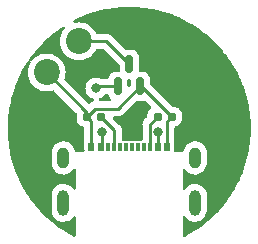
<source format=gtl>
G04 #@! TF.GenerationSoftware,KiCad,Pcbnew,(7.0.0)*
G04 #@! TF.CreationDate,2024-02-07T22:18:46+08:00*
G04 #@! TF.ProjectId,simple charger,73696d70-6c65-4206-9368-61726765722e,rev?*
G04 #@! TF.SameCoordinates,Original*
G04 #@! TF.FileFunction,Copper,L1,Top*
G04 #@! TF.FilePolarity,Positive*
%FSLAX46Y46*%
G04 Gerber Fmt 4.6, Leading zero omitted, Abs format (unit mm)*
G04 Created by KiCad (PCBNEW (7.0.0)) date 2024-02-07 22:18:46*
%MOMM*%
%LPD*%
G01*
G04 APERTURE LIST*
G04 Aperture macros list*
%AMRoundRect*
0 Rectangle with rounded corners*
0 $1 Rounding radius*
0 $2 $3 $4 $5 $6 $7 $8 $9 X,Y pos of 4 corners*
0 Add a 4 corners polygon primitive as box body*
4,1,4,$2,$3,$4,$5,$6,$7,$8,$9,$2,$3,0*
0 Add four circle primitives for the rounded corners*
1,1,$1+$1,$2,$3*
1,1,$1+$1,$4,$5*
1,1,$1+$1,$6,$7*
1,1,$1+$1,$8,$9*
0 Add four rect primitives between the rounded corners*
20,1,$1+$1,$2,$3,$4,$5,0*
20,1,$1+$1,$4,$5,$6,$7,0*
20,1,$1+$1,$6,$7,$8,$9,0*
20,1,$1+$1,$8,$9,$2,$3,0*%
G04 Aperture macros list end*
G04 #@! TA.AperFunction,ComponentPad*
%ADD10O,1.000000X1.800000*%
G04 #@! TD*
G04 #@! TA.AperFunction,ComponentPad*
%ADD11O,1.000000X2.200000*%
G04 #@! TD*
G04 #@! TA.AperFunction,SMDPad,CuDef*
%ADD12R,0.300000X0.800000*%
G04 #@! TD*
G04 #@! TA.AperFunction,SMDPad,CuDef*
%ADD13R,0.540000X0.800000*%
G04 #@! TD*
G04 #@! TA.AperFunction,SMDPad,CuDef*
%ADD14C,2.200000*%
G04 #@! TD*
G04 #@! TA.AperFunction,SMDPad,CuDef*
%ADD15RoundRect,0.160000X-0.197500X-0.160000X0.197500X-0.160000X0.197500X0.160000X-0.197500X0.160000X0*%
G04 #@! TD*
G04 #@! TA.AperFunction,SMDPad,CuDef*
%ADD16RoundRect,0.150000X0.150000X-0.587500X0.150000X0.587500X-0.150000X0.587500X-0.150000X-0.587500X0*%
G04 #@! TD*
G04 #@! TA.AperFunction,SMDPad,CuDef*
%ADD17RoundRect,0.160000X0.197500X0.160000X-0.197500X0.160000X-0.197500X-0.160000X0.197500X-0.160000X0*%
G04 #@! TD*
G04 #@! TA.AperFunction,ViaPad*
%ADD18C,0.800000*%
G04 #@! TD*
G04 #@! TA.AperFunction,Conductor*
%ADD19C,0.250000*%
G04 #@! TD*
G04 APERTURE END LIST*
D10*
X105575299Y-102499999D03*
X94424399Y-102499999D03*
D11*
X94424699Y-106299999D03*
X105575299Y-106299999D03*
D12*
X98241999Y-101599999D03*
X99249999Y-101599999D03*
X100749999Y-101599999D03*
X101749999Y-101599999D03*
X101249999Y-101599999D03*
X100249999Y-101599999D03*
X99749999Y-101599999D03*
X98749999Y-101599999D03*
D13*
X97599999Y-101599999D03*
X102399999Y-101599999D03*
X96799999Y-101599999D03*
X103199999Y-101599999D03*
D14*
X95727108Y-92627917D03*
X93006892Y-95264083D03*
D15*
X102402500Y-99000000D03*
X103597500Y-99000000D03*
D16*
X99050000Y-96437500D03*
X100950000Y-96437500D03*
X100000000Y-94562500D03*
D17*
X97597500Y-99000000D03*
X96402500Y-99000000D03*
D18*
X97700000Y-100300000D03*
X97200000Y-96600000D03*
X102474500Y-100300000D03*
D19*
X96402500Y-98659691D02*
X96402500Y-99000000D01*
X103597500Y-99000000D02*
X103200000Y-99397500D01*
X100950000Y-96437500D02*
X101035000Y-96437500D01*
X96800000Y-99397500D02*
X96800000Y-101600000D01*
X101035000Y-96437500D02*
X103597500Y-99000000D01*
X93006892Y-95264083D02*
X96402500Y-98659691D01*
X100950000Y-96437500D02*
X99058904Y-98328596D01*
X97073904Y-98328596D02*
X96402500Y-99000000D01*
X96402500Y-99000000D02*
X96800000Y-99397500D01*
X99058904Y-98328596D02*
X97073904Y-98328596D01*
X103200000Y-99397500D02*
X103200000Y-101600000D01*
X97700000Y-101500000D02*
X97600000Y-101600000D01*
X97362500Y-96437500D02*
X97200000Y-96600000D01*
X97700000Y-100300000D02*
X97700000Y-101500000D01*
X102400000Y-101600000D02*
X102400000Y-100374500D01*
X99050000Y-96437500D02*
X97362500Y-96437500D01*
X102400000Y-100374500D02*
X102474500Y-100300000D01*
X97597500Y-99000000D02*
X98750000Y-100152500D01*
X98750000Y-100152500D02*
X98750000Y-101600000D01*
X101750000Y-99652500D02*
X101750000Y-101600000D01*
X102402500Y-99000000D02*
X101750000Y-99652500D01*
X95727108Y-92627917D02*
X98065417Y-92627917D01*
X98065417Y-92627917D02*
X100000000Y-94562500D01*
G04 #@! TA.AperFunction,NonConductor*
G36*
X100087500Y-95817113D02*
G01*
X100132887Y-95862500D01*
X100149500Y-95924500D01*
X100149500Y-96302048D01*
X100140061Y-96349501D01*
X100113181Y-96389729D01*
X100062181Y-96440729D01*
X100012818Y-96470979D01*
X99955102Y-96475521D01*
X99901615Y-96453366D01*
X99864015Y-96409343D01*
X99850500Y-96353048D01*
X99850500Y-95924500D01*
X99867113Y-95862500D01*
X99912500Y-95817113D01*
X99974500Y-95800500D01*
X100025500Y-95800500D01*
X100087500Y-95817113D01*
G37*
G04 #@! TD.AperFunction*
G04 #@! TA.AperFunction,NonConductor*
G36*
X98192161Y-97074255D02*
G01*
X98234409Y-97105976D01*
X98259617Y-97152403D01*
X98298256Y-97285398D01*
X98302226Y-97292111D01*
X98302227Y-97292113D01*
X98377946Y-97420148D01*
X98377948Y-97420151D01*
X98381919Y-97426865D01*
X98387436Y-97432382D01*
X98387437Y-97432383D01*
X98446469Y-97491415D01*
X98476719Y-97540778D01*
X98481261Y-97598494D01*
X98459106Y-97651981D01*
X98415083Y-97689581D01*
X98358788Y-97703096D01*
X97515857Y-97703096D01*
X97449414Y-97683793D01*
X97403658Y-97631893D01*
X97392835Y-97563555D01*
X97420313Y-97500055D01*
X97476553Y-97461834D01*
X97479803Y-97461144D01*
X97652730Y-97384151D01*
X97805871Y-97272888D01*
X97932533Y-97132216D01*
X97936698Y-97125001D01*
X97937564Y-97124135D01*
X97939602Y-97121331D01*
X97940046Y-97121653D01*
X97982085Y-97079613D01*
X98044086Y-97063000D01*
X98140542Y-97063000D01*
X98192161Y-97074255D01*
G37*
G04 #@! TD.AperFunction*
G04 #@! TA.AperFunction,NonConductor*
G36*
X101396177Y-97683268D02*
G01*
X101620067Y-97907158D01*
X101828892Y-98115982D01*
X101858427Y-98163212D01*
X101864307Y-98218605D01*
X101845346Y-98270983D01*
X101805368Y-98309775D01*
X101801089Y-98312361D01*
X101801074Y-98312372D01*
X101794665Y-98316247D01*
X101789365Y-98321546D01*
X101789361Y-98321550D01*
X101686550Y-98424361D01*
X101686546Y-98424365D01*
X101681247Y-98429665D01*
X101677373Y-98436073D01*
X101677367Y-98436081D01*
X101602149Y-98560509D01*
X101598267Y-98566931D01*
X101596036Y-98574089D01*
X101596033Y-98574097D01*
X101552500Y-98713799D01*
X101552497Y-98713809D01*
X101550548Y-98720067D01*
X101549954Y-98726593D01*
X101549953Y-98726603D01*
X101544755Y-98783809D01*
X101544500Y-98786619D01*
X101544500Y-98789437D01*
X101544500Y-98789438D01*
X101544500Y-98922046D01*
X101535061Y-98969499D01*
X101508183Y-99009724D01*
X101428698Y-99089210D01*
X101362696Y-99155212D01*
X101354511Y-99162659D01*
X101348123Y-99166714D01*
X101342788Y-99172394D01*
X101342783Y-99172399D01*
X101302096Y-99215725D01*
X101299392Y-99218516D01*
X101282628Y-99235280D01*
X101282621Y-99235287D01*
X101279880Y-99238029D01*
X101277500Y-99241096D01*
X101277489Y-99241109D01*
X101277400Y-99241225D01*
X101269842Y-99250070D01*
X101245280Y-99276227D01*
X101245273Y-99276236D01*
X101239938Y-99281918D01*
X101236182Y-99288749D01*
X101236179Y-99288754D01*
X101230285Y-99299475D01*
X101219609Y-99315727D01*
X101212109Y-99325396D01*
X101212101Y-99325407D01*
X101207327Y-99331564D01*
X101204234Y-99338708D01*
X101204229Y-99338719D01*
X101189974Y-99371660D01*
X101184838Y-99382143D01*
X101163803Y-99420408D01*
X101161864Y-99427956D01*
X101161863Y-99427961D01*
X101158822Y-99439807D01*
X101152521Y-99458211D01*
X101147658Y-99469448D01*
X101147656Y-99469452D01*
X101144562Y-99476604D01*
X101143342Y-99484303D01*
X101143342Y-99484305D01*
X101137729Y-99519741D01*
X101135361Y-99531176D01*
X101126438Y-99565928D01*
X101126436Y-99565936D01*
X101124500Y-99573481D01*
X101124500Y-99581277D01*
X101124500Y-99593517D01*
X101122974Y-99612902D01*
X101119840Y-99632696D01*
X101120574Y-99640461D01*
X101120574Y-99640464D01*
X101123950Y-99676176D01*
X101124500Y-99687845D01*
X101124500Y-100943486D01*
X101115058Y-100990946D01*
X101088171Y-101031178D01*
X101050376Y-101056423D01*
X101041278Y-101058233D01*
X101038608Y-101060016D01*
X100999989Y-101067693D01*
X100961386Y-101060013D01*
X100958722Y-101058233D01*
X100942600Y-101055026D01*
X100920799Y-101050689D01*
X100920795Y-101050688D01*
X100914820Y-101049500D01*
X100585180Y-101049500D01*
X100579205Y-101050688D01*
X100579200Y-101050689D01*
X100553257Y-101055850D01*
X100553256Y-101055850D01*
X100541278Y-101058233D01*
X100538614Y-101060012D01*
X100500000Y-101067693D01*
X100461385Y-101060012D01*
X100458722Y-101058233D01*
X100442600Y-101055026D01*
X100420799Y-101050689D01*
X100420795Y-101050688D01*
X100414820Y-101049500D01*
X100085180Y-101049500D01*
X100079205Y-101050688D01*
X100079200Y-101050689D01*
X100053257Y-101055850D01*
X100053256Y-101055850D01*
X100041278Y-101058233D01*
X100038614Y-101060012D01*
X100000000Y-101067693D01*
X99961385Y-101060012D01*
X99958722Y-101058233D01*
X99942600Y-101055026D01*
X99920799Y-101050689D01*
X99920795Y-101050688D01*
X99914820Y-101049500D01*
X99585180Y-101049500D01*
X99579205Y-101050688D01*
X99579200Y-101050689D01*
X99553257Y-101055850D01*
X99553256Y-101055850D01*
X99541278Y-101058233D01*
X99538613Y-101060013D01*
X99500011Y-101067693D01*
X99461391Y-101060016D01*
X99458722Y-101058233D01*
X99449623Y-101056423D01*
X99411829Y-101031178D01*
X99384942Y-100990946D01*
X99375500Y-100943486D01*
X99375500Y-100230272D01*
X99376020Y-100219219D01*
X99377672Y-100211833D01*
X99375561Y-100144645D01*
X99375500Y-100140751D01*
X99375500Y-100117045D01*
X99375500Y-100113150D01*
X99374998Y-100109181D01*
X99374080Y-100097524D01*
X99372954Y-100061673D01*
X99372709Y-100053873D01*
X99367120Y-100034640D01*
X99363174Y-100015583D01*
X99361641Y-100003444D01*
X99360664Y-99995708D01*
X99344582Y-99955091D01*
X99340803Y-99944051D01*
X99330795Y-99909602D01*
X99330793Y-99909599D01*
X99328618Y-99902110D01*
X99324647Y-99895396D01*
X99324645Y-99895391D01*
X99318421Y-99884868D01*
X99309858Y-99867390D01*
X99302486Y-99848768D01*
X99297902Y-99842459D01*
X99297899Y-99842453D01*
X99276817Y-99813437D01*
X99270401Y-99803670D01*
X99252143Y-99772796D01*
X99252140Y-99772792D01*
X99248170Y-99766079D01*
X99234005Y-99751914D01*
X99221368Y-99737118D01*
X99214184Y-99727229D01*
X99214178Y-99727223D01*
X99209594Y-99720913D01*
X99175946Y-99693077D01*
X99167305Y-99685214D01*
X98647868Y-99165777D01*
X98617618Y-99116414D01*
X98613076Y-99058698D01*
X98635231Y-99005211D01*
X98679254Y-98967611D01*
X98735549Y-98954096D01*
X98981129Y-98954096D01*
X98992184Y-98954617D01*
X98999571Y-98956269D01*
X99066776Y-98954157D01*
X99070672Y-98954096D01*
X99094352Y-98954096D01*
X99098254Y-98954096D01*
X99102217Y-98953595D01*
X99113867Y-98952676D01*
X99157531Y-98951305D01*
X99176765Y-98945715D01*
X99195821Y-98941770D01*
X99215696Y-98939260D01*
X99256299Y-98923183D01*
X99267354Y-98919398D01*
X99309294Y-98907214D01*
X99326533Y-98897018D01*
X99344007Y-98888458D01*
X99355378Y-98883956D01*
X99355380Y-98883954D01*
X99362636Y-98881082D01*
X99397973Y-98855407D01*
X99407728Y-98848999D01*
X99445324Y-98826766D01*
X99459488Y-98812601D01*
X99474283Y-98799964D01*
X99490491Y-98788190D01*
X99518332Y-98754534D01*
X99526183Y-98745905D01*
X100569686Y-97702402D01*
X100626526Y-97669981D01*
X100684894Y-97670897D01*
X100685115Y-97669692D01*
X100691343Y-97670829D01*
X100697431Y-97672598D01*
X100734306Y-97675500D01*
X101163249Y-97675500D01*
X101165694Y-97675500D01*
X101202569Y-97672598D01*
X101273904Y-97651872D01*
X101339333Y-97650844D01*
X101396177Y-97683268D01*
G37*
G04 #@! TD.AperFunction*
G04 #@! TA.AperFunction,NonConductor*
G36*
X94473467Y-91376133D02*
G01*
X94521883Y-91409453D01*
X94549516Y-91461326D01*
X94550160Y-91520096D01*
X94523669Y-91572561D01*
X94431435Y-91680554D01*
X94431432Y-91680558D01*
X94428272Y-91684258D01*
X94425734Y-91688399D01*
X94425725Y-91688412D01*
X94299190Y-91894899D01*
X94299186Y-91894905D01*
X94296642Y-91899058D01*
X94294778Y-91903557D01*
X94294776Y-91903562D01*
X94203322Y-92124353D01*
X94200235Y-92131806D01*
X94199100Y-92136530D01*
X94199097Y-92136542D01*
X94142561Y-92372035D01*
X94142559Y-92372041D01*
X94141425Y-92376769D01*
X94141043Y-92381619D01*
X94141043Y-92381621D01*
X94127457Y-92554247D01*
X94121659Y-92627917D01*
X94141425Y-92879065D01*
X94142560Y-92883794D01*
X94142561Y-92883798D01*
X94199097Y-93119291D01*
X94199099Y-93119299D01*
X94200235Y-93124028D01*
X94296642Y-93356776D01*
X94299189Y-93360933D01*
X94299190Y-93360934D01*
X94425725Y-93567421D01*
X94425730Y-93567428D01*
X94428272Y-93571576D01*
X94431432Y-93575275D01*
X94431435Y-93575280D01*
X94568765Y-93736072D01*
X94591884Y-93763141D01*
X94783449Y-93926753D01*
X94787599Y-93929296D01*
X94787603Y-93929299D01*
X94842109Y-93962700D01*
X94998249Y-94058383D01*
X95230997Y-94154790D01*
X95475960Y-94213600D01*
X95727108Y-94233366D01*
X95978256Y-94213600D01*
X96223219Y-94154790D01*
X96455967Y-94058383D01*
X96670767Y-93926753D01*
X96862332Y-93763141D01*
X97025944Y-93571576D01*
X97157574Y-93356776D01*
X97168679Y-93329964D01*
X97195560Y-93289736D01*
X97235788Y-93262856D01*
X97283241Y-93253417D01*
X97754965Y-93253417D01*
X97802418Y-93262856D01*
X97842646Y-93289736D01*
X99163181Y-94610271D01*
X99190061Y-94650499D01*
X99199500Y-94697952D01*
X99199500Y-95075500D01*
X99182887Y-95137500D01*
X99137500Y-95182887D01*
X99075500Y-95199500D01*
X98834306Y-95199500D01*
X98831886Y-95199690D01*
X98831871Y-95199691D01*
X98803748Y-95201904D01*
X98803739Y-95201905D01*
X98797431Y-95202402D01*
X98791351Y-95204168D01*
X98791342Y-95204170D01*
X98647094Y-95246079D01*
X98647091Y-95246080D01*
X98639602Y-95248256D01*
X98632891Y-95252224D01*
X98632886Y-95252227D01*
X98504851Y-95327946D01*
X98504844Y-95327950D01*
X98498135Y-95331919D01*
X98492620Y-95337433D01*
X98492616Y-95337437D01*
X98387437Y-95442616D01*
X98387433Y-95442620D01*
X98381919Y-95448135D01*
X98377950Y-95454844D01*
X98377946Y-95454851D01*
X98302227Y-95582886D01*
X98302224Y-95582891D01*
X98298256Y-95589602D01*
X98266328Y-95699500D01*
X98259618Y-95722595D01*
X98234409Y-95769024D01*
X98192161Y-95800745D01*
X98140542Y-95812000D01*
X97670442Y-95812000D01*
X97620006Y-95801279D01*
X97485745Y-95741501D01*
X97485740Y-95741499D01*
X97479803Y-95738856D01*
X97473444Y-95737504D01*
X97473440Y-95737503D01*
X97301008Y-95700852D01*
X97301005Y-95700851D01*
X97294646Y-95699500D01*
X97105354Y-95699500D01*
X97098995Y-95700851D01*
X97098991Y-95700852D01*
X96926559Y-95737503D01*
X96926552Y-95737505D01*
X96920197Y-95738856D01*
X96914262Y-95741498D01*
X96914254Y-95741501D01*
X96753207Y-95813205D01*
X96753202Y-95813207D01*
X96747270Y-95815849D01*
X96742016Y-95819665D01*
X96742011Y-95819669D01*
X96599388Y-95923290D01*
X96599381Y-95923295D01*
X96594129Y-95927112D01*
X96589784Y-95931937D01*
X96589779Y-95931942D01*
X96471813Y-96062956D01*
X96471808Y-96062962D01*
X96467467Y-96067784D01*
X96464222Y-96073404D01*
X96464218Y-96073410D01*
X96376069Y-96226089D01*
X96376066Y-96226094D01*
X96372821Y-96231716D01*
X96370815Y-96237888D01*
X96370813Y-96237894D01*
X96316333Y-96405564D01*
X96316331Y-96405573D01*
X96314326Y-96411744D01*
X96313648Y-96418194D01*
X96313646Y-96418204D01*
X96304186Y-96508219D01*
X96294540Y-96600000D01*
X96295219Y-96606460D01*
X96313646Y-96781795D01*
X96313647Y-96781803D01*
X96314326Y-96788256D01*
X96316331Y-96794428D01*
X96316333Y-96794435D01*
X96370813Y-96962105D01*
X96372821Y-96968284D01*
X96376068Y-96973908D01*
X96376069Y-96973910D01*
X96461182Y-97121331D01*
X96467467Y-97132216D01*
X96594129Y-97272888D01*
X96599387Y-97276708D01*
X96599388Y-97276709D01*
X96620590Y-97292113D01*
X96747270Y-97384151D01*
X96920197Y-97461144D01*
X96955613Y-97468672D01*
X97013380Y-97498333D01*
X97048234Y-97553128D01*
X97050614Y-97618025D01*
X97019865Y-97675224D01*
X96964423Y-97709038D01*
X96956034Y-97711475D01*
X96936991Y-97715419D01*
X96924853Y-97716953D01*
X96924845Y-97716954D01*
X96917112Y-97717932D01*
X96909864Y-97720801D01*
X96909858Y-97720803D01*
X96876501Y-97734009D01*
X96865458Y-97737790D01*
X96831004Y-97747801D01*
X96830998Y-97747803D01*
X96823514Y-97749978D01*
X96816802Y-97753947D01*
X96816800Y-97753948D01*
X96806268Y-97760176D01*
X96788808Y-97768730D01*
X96777423Y-97773238D01*
X96777417Y-97773240D01*
X96770172Y-97776110D01*
X96763867Y-97780690D01*
X96763859Y-97780695D01*
X96734836Y-97801781D01*
X96725078Y-97808191D01*
X96694200Y-97826453D01*
X96694194Y-97826457D01*
X96687484Y-97830426D01*
X96681971Y-97835937D01*
X96681964Y-97835944D01*
X96673314Y-97844594D01*
X96658526Y-97857224D01*
X96643484Y-97868153D01*
X96589996Y-97890309D01*
X96532279Y-97885767D01*
X96482916Y-97855517D01*
X94549539Y-95922139D01*
X94522659Y-95881910D01*
X94513220Y-95834457D01*
X94522660Y-95787003D01*
X94533765Y-95760194D01*
X94592575Y-95515231D01*
X94612341Y-95264083D01*
X94592575Y-95012935D01*
X94533765Y-94767972D01*
X94437358Y-94535224D01*
X94376788Y-94436383D01*
X94308274Y-94324578D01*
X94308271Y-94324574D01*
X94305728Y-94320424D01*
X94251333Y-94256736D01*
X94145276Y-94132559D01*
X94142116Y-94128859D01*
X94061783Y-94060248D01*
X93954255Y-93968410D01*
X93954250Y-93968407D01*
X93950551Y-93965247D01*
X93946403Y-93962705D01*
X93946396Y-93962700D01*
X93739909Y-93836165D01*
X93739908Y-93836164D01*
X93735751Y-93833617D01*
X93503003Y-93737210D01*
X93498274Y-93736074D01*
X93498266Y-93736072D01*
X93262773Y-93679536D01*
X93262769Y-93679535D01*
X93258040Y-93678400D01*
X93253187Y-93678018D01*
X93011746Y-93659016D01*
X93006892Y-93658634D01*
X93002038Y-93659016D01*
X92760596Y-93678018D01*
X92760594Y-93678018D01*
X92755744Y-93678400D01*
X92751016Y-93679534D01*
X92751010Y-93679536D01*
X92515517Y-93736072D01*
X92515505Y-93736075D01*
X92510781Y-93737210D01*
X92506284Y-93739072D01*
X92506280Y-93739074D01*
X92282537Y-93831751D01*
X92282532Y-93831753D01*
X92278033Y-93833617D01*
X92273880Y-93836161D01*
X92273874Y-93836165D01*
X92067387Y-93962700D01*
X92067374Y-93962709D01*
X92063233Y-93965247D01*
X92059538Y-93968402D01*
X92059528Y-93968410D01*
X91875368Y-94125698D01*
X91875361Y-94125704D01*
X91871668Y-94128859D01*
X91868513Y-94132552D01*
X91868507Y-94132559D01*
X91741785Y-94280931D01*
X91690916Y-94316548D01*
X91635167Y-94322404D01*
X91635367Y-94322621D01*
X91649691Y-94384517D01*
X91631481Y-94445382D01*
X91578972Y-94531068D01*
X91578968Y-94531075D01*
X91576426Y-94535224D01*
X91574562Y-94539723D01*
X91574560Y-94539728D01*
X91509022Y-94697952D01*
X91480019Y-94767972D01*
X91478884Y-94772696D01*
X91478881Y-94772708D01*
X91422345Y-95008201D01*
X91422343Y-95008207D01*
X91421209Y-95012935D01*
X91401443Y-95264083D01*
X91421209Y-95515231D01*
X91422344Y-95519960D01*
X91422345Y-95519964D01*
X91478881Y-95755457D01*
X91478883Y-95755465D01*
X91480019Y-95760194D01*
X91576426Y-95992942D01*
X91578973Y-95997099D01*
X91578974Y-95997100D01*
X91705509Y-96203587D01*
X91705514Y-96203594D01*
X91708056Y-96207742D01*
X91711216Y-96211441D01*
X91711219Y-96211446D01*
X91832159Y-96353048D01*
X91871668Y-96399307D01*
X91875368Y-96402467D01*
X91999187Y-96508219D01*
X92063233Y-96562919D01*
X92067383Y-96565462D01*
X92067387Y-96565465D01*
X92134285Y-96606460D01*
X92278033Y-96694549D01*
X92510781Y-96790956D01*
X92755744Y-96849766D01*
X93006892Y-96869532D01*
X93258040Y-96849766D01*
X93503003Y-96790956D01*
X93529813Y-96779850D01*
X93577266Y-96770411D01*
X93624719Y-96779850D01*
X93664948Y-96806730D01*
X95511792Y-98653574D01*
X95540704Y-98699039D01*
X95547602Y-98752475D01*
X95544755Y-98783804D01*
X95544755Y-98783809D01*
X95544500Y-98786619D01*
X95544500Y-98789436D01*
X95544500Y-98789437D01*
X95544500Y-99210559D01*
X95544500Y-99210580D01*
X95544501Y-99213380D01*
X95544755Y-99216181D01*
X95544756Y-99216192D01*
X95549954Y-99273396D01*
X95550548Y-99279933D01*
X95552500Y-99286197D01*
X95596033Y-99425902D01*
X95596035Y-99425906D01*
X95598267Y-99433069D01*
X95608054Y-99449259D01*
X95677367Y-99563918D01*
X95677370Y-99563922D01*
X95681247Y-99570335D01*
X95794665Y-99683753D01*
X95801078Y-99687630D01*
X95801081Y-99687632D01*
X95843571Y-99713318D01*
X95931931Y-99766733D01*
X95939097Y-99768966D01*
X96085067Y-99814452D01*
X96084539Y-99816144D01*
X96125984Y-99834922D01*
X96161712Y-99878454D01*
X96174500Y-99933299D01*
X96174500Y-101639350D01*
X96174987Y-101643210D01*
X96174988Y-101643216D01*
X96183351Y-101709415D01*
X96189336Y-101756792D01*
X96218262Y-101829851D01*
X96218263Y-101829852D01*
X96226222Y-101889107D01*
X96205529Y-101945198D01*
X96160994Y-101985087D01*
X96102971Y-101999500D01*
X95530882Y-101999500D01*
X95476274Y-101986828D01*
X95432827Y-101951402D01*
X95409867Y-101901435D01*
X95409474Y-101897562D01*
X95348559Y-101703412D01*
X95249809Y-101525498D01*
X95117266Y-101371105D01*
X95112296Y-101367258D01*
X95112293Y-101367255D01*
X94979481Y-101264451D01*
X94956358Y-101246552D01*
X94950712Y-101243782D01*
X94950708Y-101243780D01*
X94779315Y-101159708D01*
X94779310Y-101159706D01*
X94773671Y-101156940D01*
X94767587Y-101155364D01*
X94767585Y-101155364D01*
X94582765Y-101107511D01*
X94582762Y-101107510D01*
X94576685Y-101105937D01*
X94570416Y-101105619D01*
X94570409Y-101105618D01*
X94379745Y-101095949D01*
X94379739Y-101095949D01*
X94373464Y-101095631D01*
X94367252Y-101096582D01*
X94367245Y-101096583D01*
X94178543Y-101125491D01*
X94178533Y-101125493D01*
X94172329Y-101126444D01*
X94166440Y-101128624D01*
X94166432Y-101128627D01*
X93987413Y-101194928D01*
X93987405Y-101194931D01*
X93981513Y-101197114D01*
X93976179Y-101200438D01*
X93976172Y-101200442D01*
X93814165Y-101301421D01*
X93814157Y-101301426D01*
X93808829Y-101304748D01*
X93804275Y-101309076D01*
X93804271Y-101309080D01*
X93665903Y-101440609D01*
X93665897Y-101440615D01*
X93661347Y-101444941D01*
X93657757Y-101450098D01*
X93657756Y-101450100D01*
X93548695Y-101606792D01*
X93548692Y-101606797D01*
X93545105Y-101611951D01*
X93542629Y-101617719D01*
X93542627Y-101617724D01*
X93467339Y-101793163D01*
X93467336Y-101793171D01*
X93464860Y-101798942D01*
X93463594Y-101805100D01*
X93463594Y-101805102D01*
X93425165Y-101992100D01*
X93425164Y-101992106D01*
X93423900Y-101998259D01*
X93423900Y-102950742D01*
X93424216Y-102953853D01*
X93424217Y-102953865D01*
X93429086Y-103001741D01*
X93439326Y-103102438D01*
X93500241Y-103296588D01*
X93503292Y-103302086D01*
X93503294Y-103302089D01*
X93570057Y-103422373D01*
X93598991Y-103474502D01*
X93731534Y-103628895D01*
X93892442Y-103753448D01*
X93898090Y-103756218D01*
X93898091Y-103756219D01*
X93997683Y-103805071D01*
X94075129Y-103843060D01*
X94272115Y-103894063D01*
X94475336Y-103904369D01*
X94676471Y-103873556D01*
X94867287Y-103802886D01*
X95039971Y-103695252D01*
X95187453Y-103555059D01*
X95248724Y-103467027D01*
X95295891Y-103426536D01*
X95356780Y-103414023D01*
X95416092Y-103432632D01*
X95458919Y-103477687D01*
X95474500Y-103537864D01*
X95474500Y-105053786D01*
X95458919Y-105113964D01*
X95416091Y-105159018D01*
X95356779Y-105177627D01*
X95295889Y-105165113D01*
X95250439Y-105126094D01*
X95250109Y-105125498D01*
X95242202Y-105116288D01*
X95121659Y-104975873D01*
X95117566Y-104971105D01*
X95112596Y-104967258D01*
X95112593Y-104967255D01*
X95015873Y-104892388D01*
X94956658Y-104846552D01*
X94951012Y-104843782D01*
X94951008Y-104843780D01*
X94779615Y-104759708D01*
X94779610Y-104759706D01*
X94773971Y-104756940D01*
X94767887Y-104755364D01*
X94767885Y-104755364D01*
X94583065Y-104707511D01*
X94583062Y-104707510D01*
X94576985Y-104705937D01*
X94570716Y-104705619D01*
X94570709Y-104705618D01*
X94380045Y-104695949D01*
X94380039Y-104695949D01*
X94373764Y-104695631D01*
X94367552Y-104696582D01*
X94367545Y-104696583D01*
X94178843Y-104725491D01*
X94178833Y-104725493D01*
X94172629Y-104726444D01*
X94166740Y-104728624D01*
X94166732Y-104728627D01*
X93987713Y-104794928D01*
X93987705Y-104794931D01*
X93981813Y-104797114D01*
X93976479Y-104800438D01*
X93976472Y-104800442D01*
X93814465Y-104901421D01*
X93814457Y-104901426D01*
X93809129Y-104904748D01*
X93804575Y-104909076D01*
X93804571Y-104909080D01*
X93666203Y-105040609D01*
X93666197Y-105040615D01*
X93661647Y-105044941D01*
X93658057Y-105050098D01*
X93658056Y-105050100D01*
X93548995Y-105206792D01*
X93548992Y-105206797D01*
X93545405Y-105211951D01*
X93542929Y-105217719D01*
X93542927Y-105217724D01*
X93467639Y-105393163D01*
X93467636Y-105393171D01*
X93465160Y-105398942D01*
X93463894Y-105405100D01*
X93463894Y-105405102D01*
X93425465Y-105592100D01*
X93425464Y-105592106D01*
X93424200Y-105598259D01*
X93424200Y-106950742D01*
X93424516Y-106953853D01*
X93424517Y-106953865D01*
X93429386Y-107001741D01*
X93439626Y-107102438D01*
X93500541Y-107296588D01*
X93503592Y-107302086D01*
X93503594Y-107302089D01*
X93577303Y-107434887D01*
X93599291Y-107474502D01*
X93731834Y-107628895D01*
X93736803Y-107632742D01*
X93736806Y-107632744D01*
X93787170Y-107671728D01*
X93892742Y-107753448D01*
X93898390Y-107756218D01*
X93898391Y-107756219D01*
X93997983Y-107805071D01*
X94075429Y-107843060D01*
X94272415Y-107894063D01*
X94475636Y-107904369D01*
X94676771Y-107873556D01*
X94867587Y-107802886D01*
X95040271Y-107695252D01*
X95187753Y-107555059D01*
X95248724Y-107467458D01*
X95295891Y-107426967D01*
X95356780Y-107414454D01*
X95416092Y-107433063D01*
X95458919Y-107478118D01*
X95474500Y-107538295D01*
X95474500Y-109043464D01*
X95458468Y-109104448D01*
X95414516Y-109149662D01*
X95354011Y-109167414D01*
X95292598Y-109153115D01*
X95200436Y-109104448D01*
X94916321Y-108954419D01*
X94909685Y-108950648D01*
X94373322Y-108623567D01*
X94366916Y-108619383D01*
X93926246Y-108311806D01*
X93926096Y-108311631D01*
X93926064Y-108311678D01*
X93849479Y-108258018D01*
X93843521Y-108253572D01*
X93469877Y-107956865D01*
X93469633Y-107956671D01*
X93348767Y-107860196D01*
X93343165Y-107855445D01*
X93013824Y-107558995D01*
X93013526Y-107558727D01*
X92925826Y-107479271D01*
X92873734Y-107432076D01*
X92868505Y-107427051D01*
X92856139Y-107414454D01*
X92572841Y-107125865D01*
X92426197Y-106975296D01*
X92421368Y-106970043D01*
X92154642Y-106662465D01*
X92154533Y-106662338D01*
X92007860Y-106491597D01*
X92003443Y-106486147D01*
X91762880Y-106171418D01*
X91762476Y-106170886D01*
X91620408Y-105982929D01*
X91616352Y-105977236D01*
X91400364Y-105655252D01*
X91399944Y-105654622D01*
X91358555Y-105592100D01*
X91265252Y-105451155D01*
X91261606Y-105445300D01*
X91175426Y-105297910D01*
X91069180Y-105116201D01*
X91068805Y-105115556D01*
X91033251Y-105053786D01*
X90943787Y-104898356D01*
X90940582Y-104892416D01*
X90771139Y-104556632D01*
X90770846Y-104556047D01*
X90657270Y-104326690D01*
X90654474Y-104320636D01*
X90507800Y-103979044D01*
X90507599Y-103978570D01*
X90406793Y-103738347D01*
X90404407Y-103732203D01*
X90280364Y-103385747D01*
X90280036Y-103384817D01*
X90247249Y-103290584D01*
X90193331Y-103135621D01*
X90191358Y-103129430D01*
X90089767Y-102778848D01*
X90089538Y-102778043D01*
X90017685Y-102520778D01*
X90016127Y-102514581D01*
X89936983Y-102161140D01*
X89936742Y-102160041D01*
X89880546Y-101896229D01*
X89879401Y-101890082D01*
X89822544Y-101534442D01*
X89822413Y-101533587D01*
X89782445Y-101264401D01*
X89781693Y-101258272D01*
X89747108Y-100901989D01*
X89746981Y-100900583D01*
X89723753Y-100627713D01*
X89723389Y-100621647D01*
X89710914Y-100265430D01*
X89710883Y-100264344D01*
X89704696Y-99988640D01*
X89704708Y-99982617D01*
X89714202Y-99627849D01*
X89714240Y-99626716D01*
X89725343Y-99349582D01*
X89725724Y-99343666D01*
X89756954Y-98991772D01*
X89757118Y-98990073D01*
X89760813Y-98954157D01*
X89785617Y-98713067D01*
X89786359Y-98707233D01*
X89839080Y-98359057D01*
X89839294Y-98357709D01*
X89885286Y-98081504D01*
X89886360Y-98075878D01*
X89960232Y-97732726D01*
X89960604Y-97731063D01*
X90023956Y-97457389D01*
X90025359Y-97451906D01*
X90119980Y-97115005D01*
X90120521Y-97113138D01*
X90130524Y-97079613D01*
X90201101Y-96843070D01*
X90202812Y-96837780D01*
X90317788Y-96508101D01*
X90318424Y-96506329D01*
X90416022Y-96240970D01*
X90418031Y-96235863D01*
X90552842Y-95914612D01*
X90553560Y-95912942D01*
X90667932Y-95653296D01*
X90670161Y-95648524D01*
X90824210Y-95336882D01*
X90825182Y-95334960D01*
X90955789Y-95082487D01*
X90958310Y-95077864D01*
X91130991Y-94776863D01*
X91131996Y-94775149D01*
X91278513Y-94530655D01*
X91281284Y-94526246D01*
X91422212Y-94312364D01*
X91469588Y-94270042D01*
X91531711Y-94256736D01*
X91541624Y-94259880D01*
X91533772Y-94249827D01*
X91524068Y-94188491D01*
X91545316Y-94130148D01*
X91634884Y-93999887D01*
X91637848Y-93995765D01*
X91845598Y-93719266D01*
X91846996Y-93717444D01*
X92023522Y-93492251D01*
X92026646Y-93488432D01*
X92250807Y-93225587D01*
X92252287Y-93223890D01*
X92442901Y-93009740D01*
X92446175Y-93006210D01*
X92685792Y-92758055D01*
X92687533Y-92756290D01*
X92891362Y-92554247D01*
X92894814Y-92550959D01*
X93149013Y-92318320D01*
X93150924Y-92316610D01*
X93367304Y-92127398D01*
X93370861Y-92124409D01*
X93638626Y-91908154D01*
X93640660Y-91906548D01*
X93868714Y-91730997D01*
X93872447Y-91728238D01*
X94152790Y-91529105D01*
X94155126Y-91527489D01*
X94360026Y-91389238D01*
X94415146Y-91368849D01*
X94473467Y-91376133D01*
G37*
G04 #@! TD.AperFunction*
G04 #@! TA.AperFunction,NonConductor*
G36*
X100175013Y-89707987D02*
G01*
X100463990Y-89717018D01*
X100467762Y-89717193D01*
X100809538Y-89738329D01*
X100813373Y-89738628D01*
X101101229Y-89765685D01*
X101104837Y-89766079D01*
X101444730Y-89808279D01*
X101448640Y-89808829D01*
X101734190Y-89853799D01*
X101737585Y-89854383D01*
X102074382Y-89917510D01*
X102078289Y-89918310D01*
X102360466Y-89981019D01*
X102363755Y-89981800D01*
X102696060Y-90065607D01*
X102699968Y-90066663D01*
X102977584Y-90146842D01*
X102980727Y-90147797D01*
X103307276Y-90251971D01*
X103311365Y-90253354D01*
X103583172Y-90350617D01*
X103586201Y-90351746D01*
X103905889Y-90475951D01*
X103909833Y-90477564D01*
X104174957Y-90591574D01*
X104177895Y-90592884D01*
X104489389Y-90736621D01*
X104493351Y-90738537D01*
X104738155Y-90862458D01*
X104750628Y-90868772D01*
X104753372Y-90870205D01*
X105055664Y-91033036D01*
X105059554Y-91035227D01*
X105307957Y-91181130D01*
X105310516Y-91182675D01*
X105602372Y-91363974D01*
X105606275Y-91366502D01*
X105844841Y-91527468D01*
X105847286Y-91529160D01*
X106071485Y-91688412D01*
X106127502Y-91728202D01*
X106131332Y-91731034D01*
X106359258Y-91906486D01*
X106361462Y-91908226D01*
X106629086Y-92124367D01*
X106632744Y-92127441D01*
X106848987Y-92316533D01*
X106851054Y-92318383D01*
X106920153Y-92381621D01*
X107105134Y-92550912D01*
X107108686Y-92554296D01*
X107187855Y-92632771D01*
X107312385Y-92756210D01*
X107314292Y-92758143D01*
X107553773Y-93006157D01*
X107557146Y-93009794D01*
X107747618Y-93223783D01*
X107749284Y-93225696D01*
X107943090Y-93452946D01*
X107973302Y-93488372D01*
X107976523Y-93492310D01*
X108107202Y-93659016D01*
X108152912Y-93717328D01*
X108154457Y-93719342D01*
X108362111Y-93995712D01*
X108365152Y-93999941D01*
X108526834Y-94235079D01*
X108528202Y-94237111D01*
X108718689Y-94526208D01*
X108721508Y-94530693D01*
X108867908Y-94774990D01*
X108869102Y-94777026D01*
X109041658Y-95077810D01*
X109044237Y-95082540D01*
X109174789Y-95334908D01*
X109175814Y-95336934D01*
X109329800Y-95648447D01*
X109332100Y-95653371D01*
X109432770Y-95881910D01*
X109446349Y-95912736D01*
X109447210Y-95914740D01*
X109581949Y-96235820D01*
X109583987Y-96240999D01*
X109681545Y-96506249D01*
X109682251Y-96508219D01*
X109797171Y-96837735D01*
X109798911Y-96843115D01*
X109879477Y-97113138D01*
X109880034Y-97115062D01*
X109974628Y-97451866D01*
X109976052Y-97457430D01*
X110039370Y-97730957D01*
X110039788Y-97732826D01*
X110113628Y-98075826D01*
X110114721Y-98081554D01*
X110160670Y-98357496D01*
X110160956Y-98359300D01*
X110213636Y-98707212D01*
X110214383Y-98713086D01*
X110242880Y-98990073D01*
X110243046Y-98991801D01*
X110274271Y-99343625D01*
X110274657Y-99349623D01*
X110285749Y-99626471D01*
X110285804Y-99628118D01*
X110295289Y-99982578D01*
X110295302Y-99988677D01*
X110289121Y-100264120D01*
X110289076Y-100265678D01*
X110276612Y-100621590D01*
X110276241Y-100627768D01*
X110253017Y-100900583D01*
X110252884Y-100902045D01*
X110218311Y-101258220D01*
X110217546Y-101264451D01*
X110177624Y-101533333D01*
X110177414Y-101534698D01*
X110120607Y-101890026D01*
X110119441Y-101896285D01*
X110063280Y-102159930D01*
X110063004Y-102161190D01*
X109983878Y-102514553D01*
X109982304Y-102520814D01*
X109910509Y-102777869D01*
X109910180Y-102779026D01*
X109808649Y-103129401D01*
X109806662Y-103135636D01*
X109719962Y-103384817D01*
X109719592Y-103385867D01*
X109595599Y-103732183D01*
X109593197Y-103738366D01*
X109492480Y-103978379D01*
X109492079Y-103979322D01*
X109345535Y-104320611D01*
X109342717Y-104326714D01*
X109229208Y-104555934D01*
X109228790Y-104556770D01*
X109059431Y-104892388D01*
X109056196Y-104898383D01*
X108931193Y-105115556D01*
X108930768Y-105116288D01*
X108738392Y-105445300D01*
X108734745Y-105451157D01*
X108600054Y-105654622D01*
X108599634Y-105655252D01*
X108383646Y-105977236D01*
X108379590Y-105982929D01*
X108237522Y-106170886D01*
X108237118Y-106171418D01*
X107996568Y-106486131D01*
X107992111Y-106491630D01*
X107845700Y-106662066D01*
X107845322Y-106662504D01*
X107578642Y-106970030D01*
X107573791Y-106975307D01*
X107427344Y-107125673D01*
X107427002Y-107126023D01*
X107131493Y-107427051D01*
X107126260Y-107432078D01*
X106986473Y-107558726D01*
X106986175Y-107558996D01*
X106656833Y-107855446D01*
X106651231Y-107860196D01*
X106530365Y-107956671D01*
X106530121Y-107956865D01*
X106156477Y-108253572D01*
X106150520Y-108258018D01*
X106073936Y-108311678D01*
X106073752Y-108311806D01*
X105633083Y-108619383D01*
X105626672Y-108623570D01*
X105090325Y-108950642D01*
X105083667Y-108954425D01*
X104707402Y-109153115D01*
X104645989Y-109167414D01*
X104585484Y-109149662D01*
X104541532Y-109104448D01*
X104525500Y-109043464D01*
X104525500Y-107546214D01*
X104541081Y-107486036D01*
X104583909Y-107440982D01*
X104643221Y-107422373D01*
X104704111Y-107434887D01*
X104749560Y-107473905D01*
X104749891Y-107474502D01*
X104753981Y-107479266D01*
X104753983Y-107479269D01*
X104804656Y-107538295D01*
X104882434Y-107628895D01*
X104887403Y-107632742D01*
X104887406Y-107632744D01*
X104937770Y-107671728D01*
X105043342Y-107753448D01*
X105048990Y-107756218D01*
X105048991Y-107756219D01*
X105148583Y-107805071D01*
X105226029Y-107843060D01*
X105423015Y-107894063D01*
X105626236Y-107904369D01*
X105827371Y-107873556D01*
X106018187Y-107802886D01*
X106190871Y-107695252D01*
X106338353Y-107555059D01*
X106454595Y-107388049D01*
X106534840Y-107201058D01*
X106575800Y-107001741D01*
X106575800Y-105649258D01*
X106560374Y-105497562D01*
X106499459Y-105303412D01*
X106400709Y-105125498D01*
X106268166Y-104971105D01*
X106263196Y-104967258D01*
X106263193Y-104967255D01*
X106166473Y-104892388D01*
X106107258Y-104846552D01*
X106101612Y-104843782D01*
X106101608Y-104843780D01*
X105930215Y-104759708D01*
X105930210Y-104759706D01*
X105924571Y-104756940D01*
X105918487Y-104755364D01*
X105918485Y-104755364D01*
X105733665Y-104707511D01*
X105733662Y-104707510D01*
X105727585Y-104705937D01*
X105721316Y-104705619D01*
X105721309Y-104705618D01*
X105530645Y-104695949D01*
X105530639Y-104695949D01*
X105524364Y-104695631D01*
X105518152Y-104696582D01*
X105518145Y-104696583D01*
X105329443Y-104725491D01*
X105329433Y-104725493D01*
X105323229Y-104726444D01*
X105317340Y-104728624D01*
X105317332Y-104728627D01*
X105138313Y-104794928D01*
X105138305Y-104794931D01*
X105132413Y-104797114D01*
X105127079Y-104800438D01*
X105127072Y-104800442D01*
X104965065Y-104901421D01*
X104965057Y-104901426D01*
X104959729Y-104904748D01*
X104955175Y-104909076D01*
X104955171Y-104909080D01*
X104816803Y-105040609D01*
X104816797Y-105040615D01*
X104812247Y-105044941D01*
X104808657Y-105050098D01*
X104808656Y-105050100D01*
X104751275Y-105132542D01*
X104704109Y-105173033D01*
X104643220Y-105185546D01*
X104583908Y-105166937D01*
X104541081Y-105121882D01*
X104525500Y-105061705D01*
X104525500Y-103546214D01*
X104541081Y-103486036D01*
X104583909Y-103440982D01*
X104643221Y-103422373D01*
X104704111Y-103434887D01*
X104749560Y-103473905D01*
X104749891Y-103474502D01*
X104753981Y-103479266D01*
X104753983Y-103479269D01*
X104804286Y-103537864D01*
X104882434Y-103628895D01*
X105043342Y-103753448D01*
X105048990Y-103756218D01*
X105048991Y-103756219D01*
X105148583Y-103805071D01*
X105226029Y-103843060D01*
X105423015Y-103894063D01*
X105626236Y-103904369D01*
X105827371Y-103873556D01*
X106018187Y-103802886D01*
X106190871Y-103695252D01*
X106338353Y-103555059D01*
X106454595Y-103388049D01*
X106534840Y-103201058D01*
X106575800Y-103001741D01*
X106575800Y-102049258D01*
X106560374Y-101897562D01*
X106499459Y-101703412D01*
X106400709Y-101525498D01*
X106268166Y-101371105D01*
X106263196Y-101367258D01*
X106263193Y-101367255D01*
X106130381Y-101264451D01*
X106107258Y-101246552D01*
X106101612Y-101243782D01*
X106101608Y-101243780D01*
X105930215Y-101159708D01*
X105930210Y-101159706D01*
X105924571Y-101156940D01*
X105918487Y-101155364D01*
X105918485Y-101155364D01*
X105733665Y-101107511D01*
X105733662Y-101107510D01*
X105727585Y-101105937D01*
X105721316Y-101105619D01*
X105721309Y-101105618D01*
X105530645Y-101095949D01*
X105530639Y-101095949D01*
X105524364Y-101095631D01*
X105518152Y-101096582D01*
X105518145Y-101096583D01*
X105329443Y-101125491D01*
X105329433Y-101125493D01*
X105323229Y-101126444D01*
X105317340Y-101128624D01*
X105317332Y-101128627D01*
X105138313Y-101194928D01*
X105138305Y-101194931D01*
X105132413Y-101197114D01*
X105127079Y-101200438D01*
X105127072Y-101200442D01*
X104965065Y-101301421D01*
X104965057Y-101301426D01*
X104959729Y-101304748D01*
X104955175Y-101309076D01*
X104955171Y-101309080D01*
X104816803Y-101440609D01*
X104816797Y-101440615D01*
X104812247Y-101444941D01*
X104808657Y-101450098D01*
X104808656Y-101450100D01*
X104699595Y-101606792D01*
X104699592Y-101606797D01*
X104696005Y-101611951D01*
X104693529Y-101617719D01*
X104693527Y-101617724D01*
X104618239Y-101793163D01*
X104618236Y-101793171D01*
X104615760Y-101798942D01*
X104614495Y-101805097D01*
X104614493Y-101805104D01*
X104597986Y-101885432D01*
X104595494Y-101897562D01*
X104594898Y-101900460D01*
X104571493Y-101951401D01*
X104528045Y-101986828D01*
X104473436Y-101999500D01*
X103901324Y-101999500D01*
X103843300Y-101985087D01*
X103798766Y-101945198D01*
X103778073Y-101889106D01*
X103785580Y-101833213D01*
X103786197Y-101832092D01*
X103825500Y-101679019D01*
X103825500Y-99933299D01*
X103838288Y-99878454D01*
X103874016Y-99834922D01*
X103915460Y-99816144D01*
X103914933Y-99814452D01*
X103918190Y-99813437D01*
X104068069Y-99766733D01*
X104205335Y-99683753D01*
X104318753Y-99570335D01*
X104401733Y-99433069D01*
X104449452Y-99279933D01*
X104455500Y-99213381D01*
X104455499Y-98786620D01*
X104449452Y-98720067D01*
X104401733Y-98566931D01*
X104318753Y-98429665D01*
X104205335Y-98316247D01*
X104198922Y-98312370D01*
X104198918Y-98312367D01*
X104114590Y-98261389D01*
X104068069Y-98233267D01*
X104060906Y-98231035D01*
X104060902Y-98231033D01*
X103921200Y-98187500D01*
X103921192Y-98187498D01*
X103914933Y-98185548D01*
X103908404Y-98184954D01*
X103908396Y-98184953D01*
X103851190Y-98179755D01*
X103851184Y-98179754D01*
X103848381Y-98179500D01*
X103845562Y-98179500D01*
X103712953Y-98179500D01*
X103665500Y-98170061D01*
X103625272Y-98143181D01*
X101786819Y-96304728D01*
X101759939Y-96264500D01*
X101750500Y-96217047D01*
X101750500Y-95786751D01*
X101750500Y-95784306D01*
X101747598Y-95747431D01*
X101701744Y-95589602D01*
X101618081Y-95448135D01*
X101501865Y-95331919D01*
X101495151Y-95327948D01*
X101495148Y-95327946D01*
X101367113Y-95252227D01*
X101367111Y-95252226D01*
X101360398Y-95248256D01*
X101352905Y-95246079D01*
X101208657Y-95204170D01*
X101208650Y-95204168D01*
X101202569Y-95202402D01*
X101196258Y-95201905D01*
X101196251Y-95201904D01*
X101168128Y-95199691D01*
X101168114Y-95199690D01*
X101165694Y-95199500D01*
X101163249Y-95199500D01*
X100924500Y-95199500D01*
X100862500Y-95182887D01*
X100817113Y-95137500D01*
X100800500Y-95075500D01*
X100800500Y-93911751D01*
X100800500Y-93909306D01*
X100797598Y-93872431D01*
X100751744Y-93714602D01*
X100668081Y-93573135D01*
X100551865Y-93456919D01*
X100545151Y-93452948D01*
X100545148Y-93452946D01*
X100417113Y-93377227D01*
X100417111Y-93377226D01*
X100410398Y-93373256D01*
X100402905Y-93371079D01*
X100258657Y-93329170D01*
X100258650Y-93329168D01*
X100252569Y-93327402D01*
X100246258Y-93326905D01*
X100246251Y-93326904D01*
X100218128Y-93324691D01*
X100218114Y-93324690D01*
X100215694Y-93324500D01*
X99784306Y-93324500D01*
X99781886Y-93324690D01*
X99781871Y-93324691D01*
X99753748Y-93326904D01*
X99753739Y-93326905D01*
X99747431Y-93327402D01*
X99741345Y-93329170D01*
X99735117Y-93330308D01*
X99734897Y-93329105D01*
X99676520Y-93330016D01*
X99619686Y-93297595D01*
X98562703Y-92240612D01*
X98555259Y-92232431D01*
X98551203Y-92226040D01*
X98502192Y-92180015D01*
X98499395Y-92177304D01*
X98482644Y-92160553D01*
X98479888Y-92157797D01*
X98476707Y-92155329D01*
X98467831Y-92147747D01*
X98441686Y-92123195D01*
X98441684Y-92123193D01*
X98435999Y-92117855D01*
X98429166Y-92114099D01*
X98429160Y-92114094D01*
X98418442Y-92108202D01*
X98402183Y-92097523D01*
X98392512Y-92090021D01*
X98392509Y-92090019D01*
X98386353Y-92085244D01*
X98379196Y-92082146D01*
X98379193Y-92082145D01*
X98346266Y-92067895D01*
X98335780Y-92062758D01*
X98304349Y-92045479D01*
X98304340Y-92045475D01*
X98297509Y-92041720D01*
X98289952Y-92039779D01*
X98289948Y-92039778D01*
X98278105Y-92036737D01*
X98259701Y-92030436D01*
X98248474Y-92025577D01*
X98248467Y-92025575D01*
X98241313Y-92022479D01*
X98233609Y-92021258D01*
X98233607Y-92021258D01*
X98198176Y-92015646D01*
X98186741Y-92013278D01*
X98151988Y-92004355D01*
X98151980Y-92004354D01*
X98144436Y-92002417D01*
X98136640Y-92002417D01*
X98124400Y-92002417D01*
X98105014Y-92000891D01*
X98085221Y-91997757D01*
X98077455Y-91998491D01*
X98077452Y-91998491D01*
X98041741Y-92001867D01*
X98030072Y-92002417D01*
X97283241Y-92002417D01*
X97235788Y-91992978D01*
X97195560Y-91966098D01*
X97168680Y-91925870D01*
X97168286Y-91924920D01*
X97157574Y-91899058D01*
X97092817Y-91793384D01*
X97028490Y-91688412D01*
X97028487Y-91688408D01*
X97025944Y-91684258D01*
X97022782Y-91680555D01*
X97022780Y-91680553D01*
X96865492Y-91496393D01*
X96862332Y-91492693D01*
X96725858Y-91376133D01*
X96674471Y-91332244D01*
X96674466Y-91332241D01*
X96670767Y-91329081D01*
X96666619Y-91326539D01*
X96666612Y-91326534D01*
X96460125Y-91199999D01*
X96460124Y-91199998D01*
X96455967Y-91197451D01*
X96223219Y-91101044D01*
X96218490Y-91099908D01*
X96218482Y-91099906D01*
X95982989Y-91043370D01*
X95982985Y-91043369D01*
X95978256Y-91042234D01*
X95973403Y-91041852D01*
X95731962Y-91022850D01*
X95727108Y-91022468D01*
X95722254Y-91022850D01*
X95480812Y-91041852D01*
X95480810Y-91041852D01*
X95475960Y-91042234D01*
X95471233Y-91043368D01*
X95471219Y-91043371D01*
X95423525Y-91054821D01*
X95364002Y-91054418D01*
X95311526Y-91026323D01*
X95278187Y-90977011D01*
X95271670Y-90917845D01*
X95293474Y-90862458D01*
X95338571Y-90823618D01*
X95506691Y-90738515D01*
X95510566Y-90736641D01*
X95822162Y-90592857D01*
X95824985Y-90591598D01*
X96090205Y-90477548D01*
X96094071Y-90475966D01*
X96413849Y-90351727D01*
X96416777Y-90350634D01*
X96688669Y-90253342D01*
X96692684Y-90251983D01*
X97019315Y-90147783D01*
X97022375Y-90146853D01*
X97300060Y-90066655D01*
X97303909Y-90065614D01*
X97636277Y-89981791D01*
X97639501Y-89981026D01*
X97921733Y-89918305D01*
X97925593Y-89917515D01*
X98262438Y-89854379D01*
X98265786Y-89853802D01*
X98551375Y-89808827D01*
X98555252Y-89808281D01*
X98895177Y-89766077D01*
X98898756Y-89765686D01*
X99186636Y-89738627D01*
X99190451Y-89738330D01*
X99532243Y-89717193D01*
X99536003Y-89717018D01*
X99824986Y-89707987D01*
X99828859Y-89707928D01*
X100171141Y-89707928D01*
X100175013Y-89707987D01*
G37*
G04 #@! TD.AperFunction*
M02*

</source>
